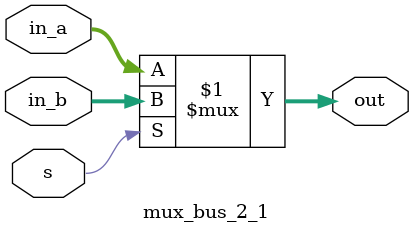
<source format=sv>
module mux_bus_2_1 #(
    parameter BUS_WIDTH = 32
) (
    input bit[BUS_WIDTH - 1 : 0] in_a,
    input bit[BUS_WIDTH - 1 : 0] in_b,
    input bit s,
    output bit[BUS_WIDTH - 1 : 0] out
);
    assign out = s ? in_b : in_a;
endmodule
</source>
